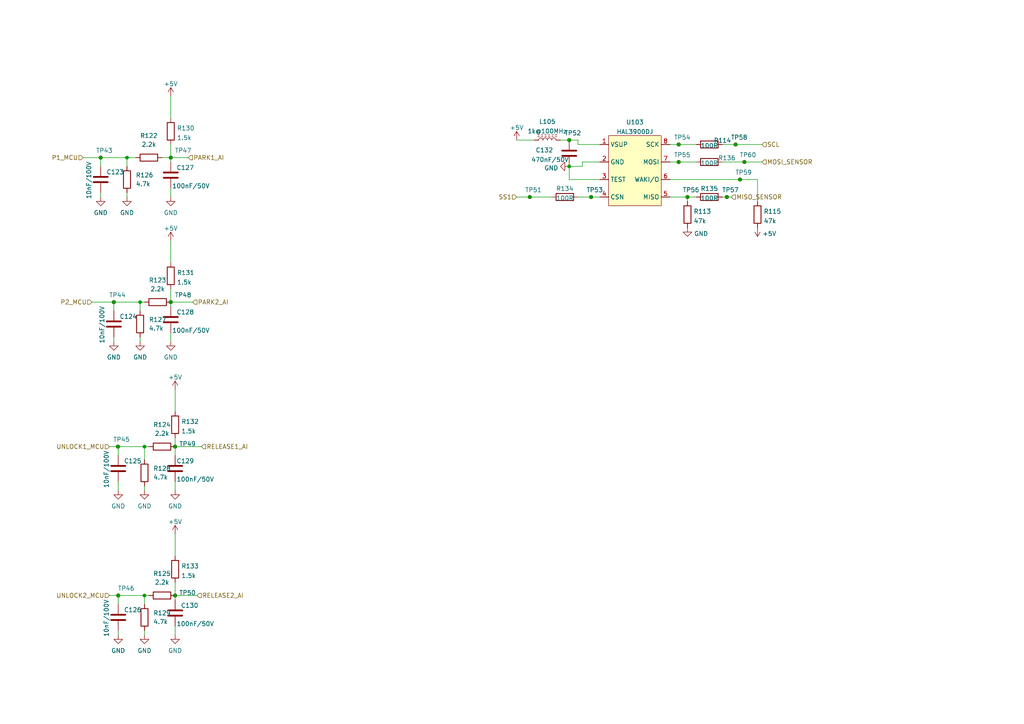
<source format=kicad_sch>
(kicad_sch (version 20211123) (generator eeschema)
  (paper "A4")
  (title_block (title "SX7H SHIFER MIAN SCH") (date "2022-07-18") (rev "V03") (company "宁波正朗汽车零部件有限公司") (comment 1 "批准:") (comment 2 "校准：") (comment 3 "设计：Ethan"))
  (lib_symbols
    (symbol "C_2" (pin_numbers hide) (pin_names (offset 0.254))
      (property "Reference" "C" (at 0.635 2.54 0))
      (property "Value" "C_2" (at 0.635 -2.54 0))
      (symbol "C_2_0_1"
        (polyline (pts (xy -2.032 -0.762) (xy 2.032 -0.762)) (stroke (width 0.508)))
        (polyline (pts (xy -2.032 0.762) (xy 2.032 0.762)) (stroke (width 0.508)))
      )
      (symbol "C_2_1_1"
        (pin passive line (at 0 3.81 270) (length 2.794) (name "~") (number "1"))
        (pin passive line (at 0 -3.81 90) (length 2.794) (name "~") (number "2"))
      )
    )
    (symbol "C_7" (pin_numbers hide) (pin_names (offset 0.254))
      (property "Reference" "C" (at 0.635 2.54 0))
      (property "Value" "C_7" (at 0.635 -2.54 0))
      (symbol "C_7_0_1"
        (polyline (pts (xy -2.032 -0.762) (xy 2.032 -0.762)) (stroke (width 0.508)))
        (polyline (pts (xy -2.032 0.762) (xy 2.032 0.762)) (stroke (width 0.508)))
      )
      (symbol "C_7_1_1"
        (pin passive line (at 0 3.81 270) (length 2.794) (name "~") (number "1"))
        (pin passive line (at 0 -3.81 90) (length 2.794) (name "~") (number "2"))
      )
    )
    (symbol "C_9" (pin_numbers hide) (pin_names (offset 0.254))
      (property "Reference" "C" (at 0.635 2.54 0))
      (property "Value" "C_9" (at 0.635 -2.54 0))
      (symbol "C_9_0_1"
        (polyline (pts (xy -2.032 -0.762) (xy 2.032 -0.762)) (stroke (width 0.508)))
        (polyline (pts (xy -2.032 0.762) (xy 2.032 0.762)) (stroke (width 0.508)))
      )
      (symbol "C_9_1_1"
        (pin passive line (at 0 3.81 270) (length 2.794) (name "~") (number "1"))
        (pin passive line (at 0 -3.81 90) (length 2.794) (name "~") (number "2"))
      )
    )
    (symbol "Connector:TestPoint_Small" (pin_numbers hide) (pin_names (offset 0.762) hide)
      (property "Reference" "TP" (at 0 3.81 0))
      (property "Value" "TestPoint_Small" (at 0 2.032 0))
      (symbol "TestPoint_Small_0_1"
        (circle (center 0 0) (radius 0.508))
      )
      (symbol "TestPoint_Small_1_1"
        (pin passive line (at 0 0 90) (length 0) (name "1") (number "1"))
      )
    )
    (symbol "Device:L_Ferrite" (pin_numbers hide) (pin_names (offset 1.016) hide)
      (property "Reference" "L" (at -1.27 0 90))
      (property "Value" "L_Ferrite" (at 2.794 0 90))
      (symbol "L_Ferrite_0_1"
        (arc (start 0 -2.54) (mid 0.635 -1.905) (end 0 -1.27))
        (arc (start 0 -1.27) (mid 0.635 -0.635) (end 0 0))
        (polyline (pts (xy 1.016 -2.794) (xy 1.016 -2.286)))
        (polyline (pts (xy 1.016 -1.778) (xy 1.016 -1.27)))
        (polyline (pts (xy 1.016 -0.762) (xy 1.016 -0.254)))
        (polyline (pts (xy 1.016 0.254) (xy 1.016 0.762)))
        (polyline (pts (xy 1.016 1.27) (xy 1.016 1.778)))
        (polyline (pts (xy 1.016 2.286) (xy 1.016 2.794)))
        (polyline (pts (xy 1.524 -2.286) (xy 1.524 -2.794)))
        (polyline (pts (xy 1.524 -1.27) (xy 1.524 -1.778)))
        (polyline (pts (xy 1.524 -0.254) (xy 1.524 -0.762)))
        (polyline (pts (xy 1.524 0.762) (xy 1.524 0.254)))
        (polyline (pts (xy 1.524 1.778) (xy 1.524 1.27)))
        (polyline (pts (xy 1.524 2.794) (xy 1.524 2.286)))
        (arc (start 0 0) (mid 0.635 0.635) (end 0 1.27))
        (arc (start 0 1.27) (mid 0.635 1.905) (end 0 2.54))
      )
      (symbol "L_Ferrite_1_1"
        (pin passive line (at 0 3.81 270) (length 1.27) (name "1") (number "1"))
        (pin passive line (at 0 -3.81 90) (length 1.27) (name "2") (number "2"))
      )
    )
    (symbol "Device:R" (pin_numbers hide) (pin_names (offset 0))
      (property "Reference" "R" (at 2.032 0 90))
      (property "Value" "R" (at 0 0 90))
      (symbol "R_0_1"
        (rectangle (start -1.016 -2.54) (end 1.016 2.54) (stroke (width 0.254)))
      )
      (symbol "R_1_1"
        (pin passive line (at 0 3.81 270) (length 1.27) (name "~") (number "1"))
        (pin passive line (at 0 -3.81 90) (length 1.27) (name "~") (number "2"))
      )
    )
    (symbol "GODPP:HAL3900"
      (property "Reference" "U" (at -5.08 -13.97 0))
      (property "Value" "HAL3900" (at 1.27 8.89 0))
      (symbol "HAL3900_0_1"
        (rectangle (start -6.35 7.62) (end 8.89 -12.7) (stroke (width 0.1524)) (fill (type background)))
      )
      (symbol "HAL3900_1_1"
        (pin input line (at -8.89 5.08 0) (length 2.54) (name "VSUP") (number "1"))
        (pin input line (at -8.89 0 0) (length 2.54) (name "GND") (number "2"))
        (pin input line (at -8.89 -5.08 0) (length 2.54) (name "TEST") (number "3"))
        (pin input line (at -8.89 -10.16 0) (length 2.54) (name "CSN") (number "4"))
        (pin input line (at 11.43 -10.16 180) (length 2.54) (name "MISO") (number "5"))
        (pin input line (at 11.43 -5.08 180) (length 2.54) (name "WAKI/O") (number "6"))
        (pin input line (at 11.43 0 180) (length 2.54) (name "MOSI") (number "7"))
        (pin input line (at 11.43 5.08 180) (length 2.54) (name "SCK") (number "8"))
      )
    )
    (symbol "power:+5V" (power) (pin_names (offset 0))
      (property "Value" "+5V" (at 0 3.556 0))
      (symbol "+5V_0_1"
        (polyline (pts (xy -0.762 1.27) (xy 0 2.54)))
        (polyline (pts (xy 0 0) (xy 0 2.54)))
        (polyline (pts (xy 0 2.54) (xy 0.762 1.27)))
      )
      (symbol "+5V_1_1"
        (pin power_in line (at 0 0 90) (length 0) hide (name "+5V") (number "1"))
      )
    )
    (symbol "power:GND" (power) (pin_names (offset 0))
      (property "Value" "GND" (at 0 -3.81 0))
      (symbol "GND_0_1"
        (polyline (pts (xy 0 0) (xy 0 -1.27) (xy 1.27 -1.27) (xy 0 -2.54) (xy -1.27 -1.27) (xy 0 -1.27)))
      )
      (symbol "GND_1_1"
        (pin power_in line (at 0 0 270) (length 0) hide (name "GND") (number "1"))
      )
    )
  )
  (junction (at 213.36 41.91))
  (junction (at 50.8 172.72))
  (junction (at 165.1 48.26))
  (junction (at 29.21 45.72))
  (junction (at 49.53 87.63))
  (junction (at 153.67 57.15))
  (junction (at 199.39 57.15))
  (junction (at 210.82 57.15))
  (junction (at 171.45 57.15))
  (junction (at 34.29 172.72))
  (junction (at 196.85 41.91))
  (junction (at 214.63 52.07))
  (junction (at 36.83 45.72))
  (junction (at 215.9 46.99))
  (junction (at 41.91 172.72))
  (junction (at 196.85 46.99))
  (junction (at 40.64 87.63))
  (junction (at 165.1 40.64))
  (junction (at 49.53 45.72))
  (junction (at 50.8 129.54))
  (junction (at 33.02 87.63))
  (junction (at 34.29 129.54))
  (junction (at 41.91 129.54))
  (junction (at 34.1921 129.54))
  (wire (pts (xy 24.13 45.72) (xy 29.21 45.72)))
  (wire (pts (xy 209.55 41.91) (xy 213.36 41.91)))
  (wire (pts (xy 213.36 41.91) (xy 220.98 41.91)))
  (wire (pts (xy 167.64 57.15) (xy 171.45 57.15)))
  (wire (pts (xy 50.8 113.03) (xy 50.8 119.38)))
  (wire (pts (xy 36.83 55.88) (xy 36.83 57.15)))
  (wire (pts (xy 194.31 52.07) (xy 214.63 52.07)))
  (wire (pts (xy 214.63 52.07) (xy 219.71 52.07)))
  (wire (pts (xy 219.71 52.07) (xy 219.71 58.42)))
  (wire (pts (xy 50.8 172.72) (xy 57.15 172.72)))
  (wire (pts (xy 34.29 175.26) (xy 34.29 172.72)))
  (wire (pts (xy 34.29 139.7) (xy 34.29 142.24)))
  (wire (pts (xy 40.64 97.79) (xy 40.64 99.06)))
  (wire (pts (xy 165.1 52.07) (xy 165.1 48.26)))
  (wire (pts (xy 173.99 52.07) (xy 165.1 52.07)))
  (wire (pts (xy 33.02 97.79) (xy 33.02 99.06)))
  (wire (pts (xy 41.91 129.54) (xy 43.18 129.54)))
  (wire (pts (xy 50.8 127) (xy 50.8 129.54)))
  (wire (pts (xy 50.8 129.54) (xy 50.8 132.08)))
  (wire (pts (xy 49.53 27.94) (xy 49.53 34.29)))
  (wire (pts (xy 50.8 139.7) (xy 50.8 142.24)))
  (wire (pts (xy 149.86 57.15) (xy 153.67 57.15)))
  (wire (pts (xy 165.1 48.26) (xy 168.91 48.26)))
  (wire (pts (xy 168.91 46.99) (xy 173.99 46.99)))
  (wire (pts (xy 168.91 48.26) (xy 168.91 46.99)))
  (wire (pts (xy 40.64 87.63) (xy 40.64 90.17)))
  (wire (pts (xy 41.91 172.72) (xy 41.91 175.26)))
  (wire (pts (xy 49.53 96.52) (xy 49.53 99.06)))
  (wire (pts (xy 49.53 45.72) (xy 54.61 45.72)))
  (wire (pts (xy 194.31 46.99) (xy 196.85 46.99)))
  (wire (pts (xy 196.85 46.99) (xy 201.93 46.99)))
  (wire (pts (xy 210.82 57.15) (xy 209.55 57.15)))
  (wire (pts (xy 212.09 57.15) (xy 210.82 57.15)))
  (wire (pts (xy 31.75 129.54) (xy 34.1921 129.54)))
  (wire (pts (xy 34.1921 129.54) (xy 34.29 129.54)))
  (wire (pts (xy 34.29 129.54) (xy 41.91 129.54)))
  (wire (pts (xy 34.29 132.08) (xy 34.29 129.54)))
  (wire (pts (xy 31.75 172.72) (xy 34.29 172.72)))
  (wire (pts (xy 49.53 83.82) (xy 49.53 87.63)))
  (wire (pts (xy 49.53 87.63) (xy 49.53 88.9)))
  (wire (pts (xy 153.67 57.15) (xy 160.02 57.15)))
  (wire (pts (xy 34.29 182.88) (xy 34.29 184.15)))
  (wire (pts (xy 194.31 41.91) (xy 196.85 41.91)))
  (wire (pts (xy 196.85 41.91) (xy 201.93 41.91)))
  (wire (pts (xy 36.83 45.72) (xy 39.37 45.72)))
  (wire (pts (xy 165.1 40.64) (xy 167.64 40.64)))
  (wire (pts (xy 167.64 40.64) (xy 167.64 41.91)))
  (wire (pts (xy 167.64 41.91) (xy 173.99 41.91)))
  (wire (pts (xy 49.53 87.63) (xy 55.88 87.63)))
  (wire (pts (xy 29.21 55.88) (xy 29.21 57.15)))
  (wire (pts (xy 50.8 181.61) (xy 50.8 184.15)))
  (wire (pts (xy 36.83 45.72) (xy 36.83 48.26)))
  (wire (pts (xy 34.29 172.72) (xy 41.91 172.72)))
  (wire (pts (xy 33.02 90.17) (xy 33.02 87.63)))
  (wire (pts (xy 50.8 168.91) (xy 50.8 172.72)))
  (wire (pts (xy 50.8 172.72) (xy 50.8 173.99)))
  (wire (pts (xy 49.53 54.61) (xy 49.53 57.15)))
  (wire (pts (xy 149.86 40.64) (xy 154.94 40.64)))
  (wire (pts (xy 26.67 87.63) (xy 33.02 87.63)))
  (wire (pts (xy 40.64 87.63) (xy 41.91 87.63)))
  (wire (pts (xy 171.45 57.15) (xy 173.99 57.15)))
  (wire (pts (xy 49.53 41.91) (xy 49.53 45.72)))
  (wire (pts (xy 49.53 45.72) (xy 49.53 46.99)))
  (wire (pts (xy 46.99 45.72) (xy 49.53 45.72)))
  (wire (pts (xy 199.39 57.15) (xy 201.93 57.15)))
  (wire (pts (xy 41.91 172.72) (xy 43.18 172.72)))
  (wire (pts (xy 209.55 46.99) (xy 215.9 46.99)))
  (wire (pts (xy 215.9 46.99) (xy 220.98 46.99)))
  (wire (pts (xy 162.56 40.64) (xy 165.1 40.64)))
  (wire (pts (xy 29.21 45.72) (xy 36.83 45.72)))
  (wire (pts (xy 29.21 48.26) (xy 29.21 45.72)))
  (wire (pts (xy 49.53 69.85) (xy 49.53 76.2)))
  (wire (pts (xy 50.8 154.94) (xy 50.8 161.29)))
  (wire (pts (xy 41.91 129.54) (xy 41.91 133.35)))
  (wire (pts (xy 41.91 182.88) (xy 41.91 184.15)))
  (wire (pts (xy 194.31 57.15) (xy 199.39 57.15)))
  (wire (pts (xy 199.39 57.15) (xy 199.39 58.42)))
  (wire (pts (xy 41.91 140.97) (xy 41.91 142.24)))
  (wire (pts (xy 33.02 87.63) (xy 40.64 87.63)))
  (wire (pts (xy 50.8 129.54) (xy 58.42 129.54)))
  (hierarchical_label "P1_MCU" (shape input) (at 24.13 45.72 180))
  (hierarchical_label "P2_MCU" (shape input) (at 26.67 87.63 180))
  (hierarchical_label "UNLOCK2_MCU" (shape input) (at 31.75 172.72 180))
  (hierarchical_label "SCL" (shape input) (at 220.98 41.91 0))
  (hierarchical_label "RELEASE2_AI" (shape input) (at 57.15 172.72 0))
  (hierarchical_label "MOSI_SENSOR" (shape input) (at 220.98 46.99 0))
  (hierarchical_label "PARK1_AI" (shape input) (at 54.61 45.72 0))
  (hierarchical_label "SS1" (shape input) (at 149.86 57.15 180))
  (hierarchical_label "UNLOCK1_MCU" (shape input) (at 31.75 129.54 180))
  (hierarchical_label "MISO_SENSOR" (shape input) (at 212.09 57.15 0))
  (hierarchical_label "RELEASE1_AI" (shape input) (at 58.42 129.54 0))
  (hierarchical_label "PARK2_AI" (shape input) (at 55.88 87.63 0))
  (symbol (lib_id "power:+5V") (at 149.86 40.64 0) (unit 1)
    (property "Reference" "#PWR0149" (effects hide))
    (property "Value" "+5V" (at 149.86 37.0355 0))
  )
  (symbol (lib_name "C_7") (lib_id "Device:C") (at 49.53 92.71 0) (unit 1)
    (property "Reference" "C128" (at 51.181 90.5315 0) (effects (justify left)))
    (property "Value" "100nF/50V" (at 49.911 95.8466 0) (effects (justify left)))
    (property "Footprint" "Capacitor_SMD:C_0603_1608Metric" (effects hide))
    (property "Manufacturer Product Number" " AC0603KRX7R9BB104" (effects hide))
    (property "Manufacturer" "YAGEO" (effects hide))
    (property "Description" "CAP CER 100nF 50V X7R 0603" (effects hide))
    (property "Descriptions" "CAP CER 100nF 50V X7R 0603" (effects hide))
  )
  (symbol (lib_id "power:GND") (at 36.83 57.15 0) (unit 1)
    (property "Reference" "#PWR0135" (effects hide))
    (property "Value" "GND" (at 36.83 61.7124 0))
  )
  (symbol (lib_id "Device:R") (at 205.74 57.15 90) (unit 1)
    (property "Reference" "R135" (at 205.74 54.7075 90))
    (property "Value" "100R" (at 205.74 57.4826 90))
    (property "Footprint" "Resistor_SMD:R_0603_1608Metric" (effects hide))
    (property "Manufacturer" "RESI(开步睿思)" (effects hide))
    (property "Description" "RES 100R 1% 1/10W 0603" (effects hide))
    (property "Manufacturer Product Number" "AECR0603F100RK9" (effects hide))
    (property "Descriptions" "RES 100R 1% 1/10W 0603" (effects hide))
  )
  (symbol (lib_id "Connector:TestPoint_Small") (at 165.1 40.64 180) (unit 1)
    (property "Reference" "TP52" (at 163.703 38.579 0) (effects (justify right)))
    (property "Value" "TestPoint_Small" (effects hide))
    (property "Footprint" "TestPoint:TestPoint_Pad_D1.0mm" (effects hide))
  )
  (symbol (lib_id "power:GND") (at 40.64 99.06 0) (unit 1)
    (property "Reference" "#PWR0136" (effects hide))
    (property "Value" "GND" (at 40.64 103.6224 0))
  )
  (symbol (lib_id "Device:R") (at 205.74 46.99 90) (unit 1)
    (property "Reference" "R136" (at 210.82 45.8175 90))
    (property "Value" "100R" (at 205.74 47.3226 90))
    (property "Footprint" "Resistor_SMD:R_0603_1608Metric" (effects hide))
    (property "Manufacturer" "RESI(开步睿思)" (effects hide))
    (property "Description" "RES 100R 1% 1/10W 0603" (effects hide))
    (property "Manufacturer Product Number" "AECR0603F100RK9" (effects hide))
    (property "Descriptions" "RES 100R 1% 1/10W 0603" (effects hide))
  )
  (symbol (lib_id "power:GND") (at 49.53 99.06 0) (unit 1)
    (property "Reference" "#PWR0142" (effects hide))
    (property "Value" "GND" (at 49.53 103.6224 0))
  )
  (symbol (lib_id "Device:R") (at 219.71 62.23 180) (unit 1)
    (property "Reference" "R115" (at 221.488 61.3215 0) (effects (justify right)))
    (property "Value" "47k" (at 221.488 64.0966 0) (effects (justify right)))
    (property "Footprint" "Resistor_SMD:R_0603_1608Metric" (effects hide))
    (property "Manufacturer" "RESI(开步睿思)" (effects hide))
    (property "Description" "RES 47k 1% 1/10W 0603" (effects hide))
    (property "Manufacturer Product Number" "AECR0603F47K0K9" (effects hide))
    (property "Descriptions" "RES 47k 1% 1/10W 0603" (effects hide))
  )
  (symbol (lib_name "C_2") (lib_id "Device:C") (at 34.29 135.89 0) (unit 1)
    (property "Reference" "C125" (at 35.941 133.7115 0) (effects (justify left)))
    (property "Value" "10nF/100V" (at 30.861 141.5666 90) (effects (justify left)))
    (property "Footprint" "Capacitor_SMD:C_0603_1608Metric" (effects hide))
    (property "Manufacturer Product Number" "AC0603KRX7R0BB103" (effects hide))
    (property "Manufacturer" "YAGEO" (effects hide))
    (property "Description" "CAP CER 10nF 100V X7R 0603" (effects hide))
    (property "Descriptions" "CAP CER 10nF 100V X7R 0603" (effects hide))
  )
  (symbol (lib_name "C_2") (lib_id "Device:C") (at 33.02 93.98 0) (unit 1)
    (property "Reference" "C124" (at 34.671 91.8015 0) (effects (justify left)))
    (property "Value" "10nF/100V" (at 29.591 99.6566 90) (effects (justify left)))
    (property "Footprint" "Capacitor_SMD:C_0603_1608Metric" (effects hide))
    (property "Manufacturer Product Number" "AC0603KRX7R0BB103" (effects hide))
    (property "Manufacturer" "YAGEO" (effects hide))
    (property "Description" "CAP CER 10nF 100V X7R 0603" (effects hide))
    (property "Descriptions" "CAP CER 10nF 100V X7R 0603" (effects hide))
  )
  (symbol (lib_id "Connector:TestPoint_Small") (at 29.21 45.72 180) (unit 1)
    (property "Reference" "TP43" (at 27.813 43.659 0) (effects (justify right)))
    (property "Value" "TestPoint_Small" (effects hide))
    (property "Footprint" "TestPoint:TestPoint_Pad_D1.0mm" (effects hide))
  )
  (symbol (lib_id "Connector:TestPoint_Small") (at 50.8 172.72 180) (unit 1)
    (property "Reference" "TP50" (at 51.943 171.929 0) (effects (justify right)))
    (property "Value" "TestPoint_Small" (effects hide))
    (property "Footprint" "TestPoint:TestPoint_Pad_D1.0mm" (effects hide))
  )
  (symbol (lib_id "power:GND") (at 34.29 142.24 0) (unit 1)
    (property "Reference" "#PWR0133" (effects hide))
    (property "Value" "GND" (at 34.29 146.8024 0))
  )
  (symbol (lib_id "Connector:TestPoint_Small") (at 210.82 57.15 180) (unit 1)
    (property "Reference" "TP57" (at 209.423 55.089 0) (effects (justify right)))
    (property "Value" "TestPoint_Small" (effects hide))
    (property "Footprint" "TestPoint:TestPoint_Pad_D1.0mm" (effects hide))
  )
  (symbol (lib_id "power:+5V") (at 219.71 66.04 180) (unit 1)
    (property "Reference" "#PWR0148" (effects hide))
    (property "Value" "+5V" (at 221.107 67.7889 0) (effects (justify right)))
  )
  (symbol (lib_id "Connector:TestPoint_Small") (at 196.85 46.99 180) (unit 1)
    (property "Reference" "TP55" (at 195.453 44.929 0) (effects (justify right)))
    (property "Value" "TestPoint_Small" (effects hide))
    (property "Footprint" "TestPoint:TestPoint_Pad_D1.0mm" (effects hide))
  )
  (symbol (lib_id "power:+5V") (at 49.53 69.85 0) (unit 1)
    (property "Reference" "#PWR0141" (effects hide))
    (property "Value" "+5V" (at 49.53 66.2455 0))
  )
  (symbol (lib_id "Connector:TestPoint_Small") (at 49.53 87.63 180) (unit 1)
    (property "Reference" "TP48" (at 50.673 85.569 0) (effects (justify right)))
    (property "Value" "TestPoint_Small" (effects hide))
    (property "Footprint" "TestPoint:TestPoint_Pad_D1.0mm" (effects hide))
  )
  (symbol (lib_id "Device:R") (at 46.99 129.54 90) (unit 1)
    (property "Reference" "R124" (at 46.99 123.19 90))
    (property "Value" "2.2k" (at 46.99 125.73 90))
    (property "Footprint" "Resistor_SMD:R_0603_1608Metric" (effects hide))
    (property "Manufacturer" "RESI(开步睿思)" (effects hide))
    (property "Description" "RES 2.2k 1% 1/10W 0603" (effects hide))
    (property "Manufacturer Product Number" "AECR0603F2K20K9" (effects hide))
    (property "Descriptions" "RES 2.2k 1% 1/10W 0603" (effects hide))
  )
  (symbol (lib_id "power:+5V") (at 50.8 113.03 0) (unit 1)
    (property "Reference" "#PWR0143" (effects hide))
    (property "Value" "+5V" (at 50.8 109.4255 0))
  )
  (symbol (lib_id "Device:R") (at 163.83 57.15 90) (unit 1)
    (property "Reference" "R134" (at 163.83 54.7075 90))
    (property "Value" "100R" (at 163.83 57.4826 90))
    (property "Footprint" "Resistor_SMD:R_0603_1608Metric" (effects hide))
    (property "Manufacturer" "RESI(开步睿思)" (effects hide))
    (property "Description" "RES 100R 1% 1/10W 0603" (effects hide))
    (property "Manufacturer Product Number" "AECR0603F100RK9" (effects hide))
    (property "Descriptions" "RES 100R 1% 1/10W 0603" (effects hide))
  )
  (symbol (lib_id "Device:R") (at 41.91 179.07 180) (unit 1)
    (property "Reference" "R129" (at 44.45 177.7999 0) (effects (justify right)))
    (property "Value" "4.7k" (at 44.45 180.3399 0) (effects (justify right)))
    (property "Footprint" "Resistor_SMD:R_0603_1608Metric" (effects hide))
    (property "Manufacturer" "RESI(开步睿思)" (effects hide))
    (property "Description" "RES 4.7k 1% 1/10W 0603" (effects hide))
    (property "Manufacturer Product Number" "AECR0603F4K70K9" (effects hide))
    (property "Descriptions" "RES 4.7k 1% 1/10W 0603" (effects hide))
  )
  (symbol (lib_id "Device:R") (at 49.53 80.01 0) (unit 1)
    (property "Reference" "R131" (at 51.308 79.1015 0) (effects (justify left)))
    (property "Value" "1.5k" (at 51.308 81.8766 0) (effects (justify left)))
    (property "Footprint" "Resistor_SMD:R_0805_2012Metric" (effects hide))
    (property "Manufacturer" "RESI(开步睿思)" (effects hide))
    (property "Description" "RES 1.5k 1% 1/8W 0805" (effects hide))
    (property "Manufacturer Product Number" "AECR0805F1K50K9" (effects hide))
    (property "Descriptions" "RES 1.5k 1% 1/8W 0805" (effects hide))
  )
  (symbol (lib_name "C_2") (lib_id "Device:C") (at 34.29 179.07 0) (unit 1)
    (property "Reference" "C126" (at 35.941 176.8915 0) (effects (justify left)))
    (property "Value" "10nF/100V" (at 30.861 184.7466 90) (effects (justify left)))
    (property "Footprint" "Capacitor_SMD:C_0603_1608Metric" (effects hide))
    (property "Manufacturer Product Number" "AC0603KRX7R0BB103" (effects hide))
    (property "Manufacturer" "YAGEO" (effects hide))
    (property "Description" "CAP CER 10nF 100V X7R 0603" (effects hide))
    (property "Descriptions" "CAP CER 10nF 100V X7R 0603" (effects hide))
  )
  (symbol (lib_id "Connector:TestPoint_Small") (at 34.1921 129.54 180) (unit 1)
    (property "Reference" "TP45" (at 32.7951 127.479 0) (effects (justify right)))
    (property "Value" "TestPoint_Small" (effects hide))
    (property "Footprint" "TestPoint:TestPoint_Pad_D1.0mm" (effects hide))
  )
  (symbol (lib_id "Device:L_Ferrite") (at 158.75 40.64 90) (unit 1)
    (property "Reference" "L105" (at 158.75 35.2764 90))
    (property "Value" "1k@100MHz" (at 158.75 38.0515 90))
    (property "Footprint" "Resistor_SMD:R_0603_1608Metric" (effects hide))
    (property "Description" "FERRITEBEAD SMD AUTOMOTIVE POWER" (effects hide))
    (property "Manufacturer" "Murata Electronics" (effects hide))
    (property "Manufacturer Product Number" "BLM18RK102SN1D" (effects hide))
    (property "Descriptions" "FERRITEBEAD SMD AUTOMOTIVE POWER" (effects hide))
  )
  (symbol (lib_id "power:GND") (at 50.8 184.15 0) (unit 1)
    (property "Reference" "#PWR0146" (effects hide))
    (property "Value" "GND" (at 50.8 188.7124 0))
  )
  (symbol (lib_id "power:GND") (at 50.8 142.24 0) (unit 1)
    (property "Reference" "#PWR0144" (effects hide))
    (property "Value" "GND" (at 50.8 146.8024 0))
  )
  (symbol (lib_id "Device:R") (at 50.8 165.1 0) (unit 1)
    (property "Reference" "R133" (at 52.578 164.1915 0) (effects (justify left)))
    (property "Value" "1.5k" (at 52.578 166.9666 0) (effects (justify left)))
    (property "Footprint" "Resistor_SMD:R_0805_2012Metric" (effects hide))
    (property "Manufacturer" "RESI(开步睿思)" (effects hide))
    (property "Description" "RES 1.5k 1% 1/8W 0805" (effects hide))
    (property "Manufacturer Product Number" "AECR0805F1K50K9" (effects hide))
    (property "Descriptions" "RES 1.5k 1% 1/8W 0805" (effects hide))
  )
  (symbol (lib_name "C_7") (lib_id "Device:C") (at 50.8 135.89 0) (unit 1)
    (property "Reference" "C129" (at 51.181 133.7115 0) (effects (justify left)))
    (property "Value" "100nF/50V" (at 51.181 139.0266 0) (effects (justify left)))
    (property "Footprint" "Capacitor_SMD:C_0603_1608Metric" (effects hide))
    (property "Manufacturer Product Number" " AC0603KRX7R9BB104" (effects hide))
    (property "Manufacturer" "YAGEO" (effects hide))
    (property "Description" "CAP CER 100nF 50V X7R 0603" (effects hide))
    (property "Descriptions" "CAP CER 100nF 50V X7R 0603" (effects hide))
  )
  (symbol (lib_name "C_7") (lib_id "Device:C") (at 49.53 50.8 0) (unit 1)
    (property "Reference" "C127" (at 51.181 48.6215 0) (effects (justify left)))
    (property "Value" "100nF/50V" (at 49.911 53.9366 0) (effects (justify left)))
    (property "Footprint" "Capacitor_SMD:C_0603_1608Metric" (effects hide))
    (property "Manufacturer Product Number" " AC0603KRX7R9BB104" (effects hide))
    (property "Manufacturer" "YAGEO" (effects hide))
    (property "Description" "CAP CER 100nF 50V X7R 0603" (effects hide))
    (property "Descriptions" "CAP CER 100nF 50V X7R 0603" (effects hide))
  )
  (symbol (lib_name "C_9") (lib_id "Device:C") (at 165.1 44.45 180) (unit 1)
    (property "Reference" "C132" (at 155.321 43.5415 0) (effects (justify right)))
    (property "Value" "470nF/50V" (at 154.051 46.3166 0) (effects (justify right)))
    (property "Footprint" "Capacitor_SMD:C_0805_2012Metric" (effects hide))
    (property "Manufacturer Product Number" "CC0805KKX7R9BB474" (effects hide))
    (property "Manufacturer" "YAGEO" (effects hide))
    (property "Description" "CAP CER 470nF 50V X7R 0805" (effects hide))
    (property "Descriptions" "CAP CER 470nF 50V X7R 0805" (effects hide))
  )
  (symbol (lib_id "Device:R") (at 199.39 62.23 180) (unit 1)
    (property "Reference" "R113" (at 201.168 61.3215 0) (effects (justify right)))
    (property "Value" "47k" (at 201.168 64.0966 0) (effects (justify right)))
    (property "Footprint" "Resistor_SMD:R_0603_1608Metric" (effects hide))
    (property "Manufacturer" "RESI(开步睿思)" (effects hide))
    (property "Description" "RES 47k 1% 1/10W 0603" (effects hide))
    (property "Manufacturer Product Number" "AECR0603F47K0K9" (effects hide))
    (property "Descriptions" "RES 47k 1% 1/10W 0603" (effects hide))
  )
  (symbol (lib_id "Connector:TestPoint_Small") (at 215.9 46.99 180) (unit 1)
    (property "Reference" "TP60" (at 214.503 44.929 0) (effects (justify right)))
    (property "Value" "TestPoint_Small" (effects hide))
    (property "Footprint" "TestPoint:TestPoint_Pad_D1.0mm" (effects hide))
  )
  (symbol (lib_id "GODPP:HAL3900") (at 182.88 46.99 0) (unit 1)
    (property "Reference" "U103" (at 184.15 35.4543 0))
    (property "Value" "HAL3900DJ" (at 184.15 38.2294 0))
    (property "Footprint" "Package_SO:SOIC-8_3.9x4.9mm_P1.27mm" (effects hide))
    (property "Description" "IC 3D HALL SENSOR SOIC-8" (effects hide))
    (property "Descriptions" "IC 3D HALL SENSOR SOIC-8" (effects hide))
    (property "Manufacturer" "TDK MICRONAS" (effects hide))
    (property "Manufacturer Product Number" "HAL3900DJ" (effects hide))
  )
  (symbol (lib_id "power:GND") (at 34.29 184.15 0) (unit 1)
    (property "Reference" "#PWR0134" (effects hide))
    (property "Value" "GND" (at 34.29 188.7124 0))
  )
  (symbol (lib_id "Device:R") (at 205.74 41.91 90) (unit 1)
    (property "Reference" "R114" (at 209.55 40.7375 90))
    (property "Value" "100R" (at 205.74 42.2426 90))
    (property "Footprint" "Resistor_SMD:R_0603_1608Metric" (effects hide))
    (property "Manufacturer" "RESI(开步睿思)" (effects hide))
    (property "Description" "RES 100R 1% 1/10W 0603" (effects hide))
    (property "Manufacturer Product Number" "AECR0603F100RK9" (effects hide))
    (property "Descriptions" "RES 100R 1% 1/10W 0603" (effects hide))
  )
  (symbol (lib_id "Device:R") (at 45.72 87.63 90) (unit 1)
    (property "Reference" "R123" (at 45.72 81.28 90))
    (property "Value" "2.2k" (at 45.72 83.82 90))
    (property "Footprint" "Resistor_SMD:R_0603_1608Metric" (effects hide))
    (property "Manufacturer" "RESI(开步睿思)" (effects hide))
    (property "Description" "RES 2.2k 1% 1/10W 0603" (effects hide))
    (property "Manufacturer Product Number" "AECR0603F2K20K9" (effects hide))
    (property "Descriptions" "RES 2.2k 1% 1/10W 0603" (effects hide))
  )
  (symbol (lib_id "Device:R") (at 40.64 93.98 180) (unit 1)
    (property "Reference" "R127" (at 43.18 92.7099 0) (effects (justify right)))
    (property "Value" "4.7k" (at 43.18 95.2499 0) (effects (justify right)))
    (property "Footprint" "Resistor_SMD:R_0603_1608Metric" (effects hide))
    (property "Manufacturer" "RESI(开步睿思)" (effects hide))
    (property "Description" "RES 4.7k 1% 1/10W 0603" (effects hide))
    (property "Manufacturer Product Number" "AECR0603F4K70K9" (effects hide))
    (property "Descriptions" "RES 4.7k 1% 1/10W 0603" (effects hide))
  )
  (symbol (lib_id "Connector:TestPoint_Small") (at 199.39 57.15 180) (unit 1)
    (property "Reference" "TP56" (at 197.993 55.089 0) (effects (justify right)))
    (property "Value" "TestPoint_Small" (effects hide))
    (property "Footprint" "TestPoint:TestPoint_Pad_D1.0mm" (effects hide))
  )
  (symbol (lib_id "Device:R") (at 41.91 137.16 180) (unit 1)
    (property "Reference" "R128" (at 44.45 135.8899 0) (effects (justify right)))
    (property "Value" "4.7k" (at 44.45 138.4299 0) (effects (justify right)))
    (property "Footprint" "Resistor_SMD:R_0603_1608Metric" (effects hide))
    (property "Manufacturer" "RESI(开步睿思)" (effects hide))
    (property "Description" "RES 4.7k 1% 1/10W 0603" (effects hide))
    (property "Manufacturer Product Number" "AECR0603F4K70K9" (effects hide))
    (property "Descriptions" "RES 4.7k 1% 1/10W 0603" (effects hide))
  )
  (symbol (lib_id "power:GND") (at 165.1 48.26 270) (unit 1)
    (property "Reference" "#PWR0151" (effects hide))
    (property "Value" "GND" (at 161.925 48.739 90) (effects (justify right)))
  )
  (symbol (lib_id "Connector:TestPoint_Small") (at 171.45 57.15 180) (unit 1)
    (property "Reference" "TP53" (at 170.053 55.089 0) (effects (justify right)))
    (property "Value" "TestPoint_Small" (effects hide))
    (property "Footprint" "TestPoint:TestPoint_Pad_D1.0mm" (effects hide))
  )
  (symbol (lib_id "Connector:TestPoint_Small") (at 33.02 87.63 180) (unit 1)
    (property "Reference" "TP44" (at 31.623 85.569 0) (effects (justify right)))
    (property "Value" "TestPoint_Small" (effects hide))
    (property "Footprint" "TestPoint:TestPoint_Pad_D1.0mm" (effects hide))
  )
  (symbol (lib_id "Connector:TestPoint_Small") (at 196.85 41.91 180) (unit 1)
    (property "Reference" "TP54" (at 195.453 39.849 0) (effects (justify right)))
    (property "Value" "TestPoint_Small" (effects hide))
    (property "Footprint" "TestPoint:TestPoint_Pad_D1.0mm" (effects hide))
  )
  (symbol (lib_id "power:GND") (at 199.39 66.04 0) (unit 1)
    (property "Reference" "#PWR0147" (effects hide))
    (property "Value" "GND" (at 201.295 67.7889 0) (effects (justify left)))
  )
  (symbol (lib_name "C_2") (lib_id "Device:C") (at 29.21 52.07 0) (unit 1)
    (property "Reference" "C123" (at 30.861 49.8915 0) (effects (justify left)))
    (property "Value" "10nF/100V" (at 25.781 57.7466 90) (effects (justify left)))
    (property "Footprint" "Capacitor_SMD:C_0603_1608Metric" (effects hide))
    (property "Manufacturer Product Number" "AC0603KRX7R0BB103" (effects hide))
    (property "Manufacturer" "YAGEO" (effects hide))
    (property "Description" "CAP CER 10nF 100V X7R 0603" (effects hide))
    (property "Descriptions" "CAP CER 10nF 100V X7R 0603" (effects hide))
  )
  (symbol (lib_id "Connector:TestPoint_Small") (at 50.8 129.54 180) (unit 1)
    (property "Reference" "TP49" (at 51.943 128.749 0) (effects (justify right)))
    (property "Value" "TestPoint_Small" (effects hide))
    (property "Footprint" "TestPoint:TestPoint_Pad_D1.0mm" (effects hide))
  )
  (symbol (lib_id "power:+5V") (at 50.8 154.94 0) (unit 1)
    (property "Reference" "#PWR0145" (effects hide))
    (property "Value" "+5V" (at 50.8 151.3355 0))
  )
  (symbol (lib_id "Device:R") (at 43.18 45.72 90) (unit 1)
    (property "Reference" "R122" (at 43.18 39.37 90))
    (property "Value" "2.2k" (at 43.18 41.91 90))
    (property "Footprint" "Resistor_SMD:R_0603_1608Metric" (effects hide))
    (property "Manufacturer" "RESI(开步睿思)" (effects hide))
    (property "Description" "RES 2.2k 1% 1/10W 0603" (effects hide))
    (property "Manufacturer Product Number" "AECR0603F2K20K9" (effects hide))
    (property "Descriptions" "RES 2.2k 1% 1/10W 0603" (effects hide))
  )
  (symbol (lib_id "power:GND") (at 29.21 57.15 0) (unit 1)
    (property "Reference" "#PWR0131" (effects hide))
    (property "Value" "GND" (at 29.21 61.7124 0))
  )
  (symbol (lib_id "Connector:TestPoint_Small") (at 213.36 41.91 180) (unit 1)
    (property "Reference" "TP58" (at 211.963 39.849 0) (effects (justify right)))
    (property "Value" "TestPoint_Small" (effects hide))
    (property "Footprint" "TestPoint:TestPoint_Pad_D1.0mm" (effects hide))
  )
  (symbol (lib_id "Device:R") (at 50.8 123.19 0) (unit 1)
    (property "Reference" "R132" (at 52.578 122.2815 0) (effects (justify left)))
    (property "Value" "1.5k" (at 52.578 125.0566 0) (effects (justify left)))
    (property "Footprint" "Resistor_SMD:R_0805_2012Metric" (effects hide))
    (property "Manufacturer" "RESI(开步睿思)" (effects hide))
    (property "Description" "RES 1.5k 1% 1/8W 0805" (effects hide))
    (property "Manufacturer Product Number" "AECR0805F1K50K9" (effects hide))
    (property "Descriptions" "RES 1.5k 1% 1/8W 0805" (effects hide))
  )
  (symbol (lib_id "Device:R") (at 36.83 52.07 180) (unit 1)
    (property "Reference" "R126" (at 39.37 50.7999 0) (effects (justify right)))
    (property "Value" "4.7k" (at 39.37 53.3399 0) (effects (justify right)))
    (property "Footprint" "Resistor_SMD:R_0603_1608Metric" (effects hide))
    (property "Manufacturer" "RESI(开步睿思)" (effects hide))
    (property "Description" "RES 4.7k 1% 1/10W 0603" (effects hide))
    (property "Manufacturer Product Number" "AECR0603F4K70K9" (effects hide))
    (property "Descriptions" "RES 4.7k 1% 1/10W 0603" (effects hide))
  )
  (symbol (lib_id "Connector:TestPoint_Small") (at 214.63 52.07 180) (unit 1)
    (property "Reference" "TP59" (at 213.233 50.009 0) (effects (justify right)))
    (property "Value" "TestPoint_Small" (effects hide))
    (property "Footprint" "TestPoint:TestPoint_Pad_D1.0mm" (effects hide))
  )
  (symbol (lib_id "Device:R") (at 46.99 172.72 90) (unit 1)
    (property "Reference" "R125" (at 46.99 166.37 90))
    (property "Value" "2.2k" (at 46.99 168.91 90))
    (property "Footprint" "Resistor_SMD:R_0603_1608Metric" (effects hide))
    (property "Manufacturer" "RESI(开步睿思)" (effects hide))
    (property "Description" "RES 2.2k 1% 1/10W 0603" (effects hide))
    (property "Manufacturer Product Number" "AECR0603F2K20K9" (effects hide))
    (property "Descriptions" "RES 2.2k 1% 1/10W 0603" (effects hide))
  )
  (symbol (lib_id "Connector:TestPoint_Small") (at 49.53 45.72 180) (unit 1)
    (property "Reference" "TP47" (at 50.673 43.659 0) (effects (justify right)))
    (property "Value" "TestPoint_Small" (effects hide))
    (property "Footprint" "TestPoint:TestPoint_Pad_D1.0mm" (effects hide))
  )
  (symbol (lib_id "Device:R") (at 49.53 38.1 0) (unit 1)
    (property "Reference" "R130" (at 51.308 37.1915 0) (effects (justify left)))
    (property "Value" "1.5k" (at 51.308 39.9666 0) (effects (justify left)))
    (property "Footprint" "Resistor_SMD:R_0805_2012Metric" (effects hide))
    (property "Manufacturer" "RESI(开步睿思)" (effects hide))
    (property "Description" "RES 1.5k 1% 1/8W 0805" (effects hide))
    (property "Manufacturer Product Number" "AECR0805F1K50K9" (effects hide))
    (property "Descriptions" "RES 1.5k 1% 1/8W 0805" (effects hide))
  )
  (symbol (lib_id "power:GND") (at 49.53 57.15 0) (unit 1)
    (property "Reference" "#PWR0140" (effects hide))
    (property "Value" "GND" (at 49.53 61.7124 0))
  )
  (symbol (lib_id "power:GND") (at 41.91 142.24 0) (unit 1)
    (property "Reference" "#PWR0137" (effects hide))
    (property "Value" "GND" (at 41.91 146.8024 0))
  )
  (symbol (lib_id "Connector:TestPoint_Small") (at 34.29 172.72 180) (unit 1)
    (property "Reference" "TP46" (at 34.163 170.659 0) (effects (justify right)))
    (property "Value" "TestPoint_Small" (effects hide))
    (property "Footprint" "TestPoint:TestPoint_Pad_D1.0mm" (effects hide))
  )
  (symbol (lib_name "C_7") (lib_id "Device:C") (at 50.8 177.8 0) (unit 1)
    (property "Reference" "C130" (at 52.451 175.6215 0) (effects (justify left)))
    (property "Value" "100nF/50V" (at 51.181 180.9366 0) (effects (justify left)))
    (property "Footprint" "Capacitor_SMD:C_0603_1608Metric" (effects hide))
    (property "Manufacturer Product Number" " AC0603KRX7R9BB104" (effects hide))
    (property "Manufacturer" "YAGEO" (effects hide))
    (property "Description" "CAP CER 100nF 50V X7R 0603" (effects hide))
    (property "Descriptions" "CAP CER 100nF 50V X7R 0603" (effects hide))
  )
  (symbol (lib_id "power:GND") (at 41.91 184.15 0) (unit 1)
    (property "Reference" "#PWR0138" (effects hide))
    (property "Value" "GND" (at 41.91 188.7124 0))
  )
  (symbol (lib_id "Connector:TestPoint_Small") (at 153.67 57.15 180) (unit 1)
    (property "Reference" "TP51" (at 152.273 55.089 0) (effects (justify right)))
    (property "Value" "TestPoint_Small" (effects hide))
    (property "Footprint" "TestPoint:TestPoint_Pad_D1.0mm" (effects hide))
  )
  (symbol (lib_id "power:+5V") (at 49.53 27.94 0) (unit 1)
    (property "Reference" "#PWR0139" (effects hide))
    (property "Value" "+5V" (at 49.53 24.3355 0))
  )
  (symbol (lib_id "power:GND") (at 33.02 99.06 0) (unit 1)
    (property "Reference" "#PWR0132" (effects hide))
    (property "Value" "GND" (at 33.02 103.6224 0))
  )
)
</source>
